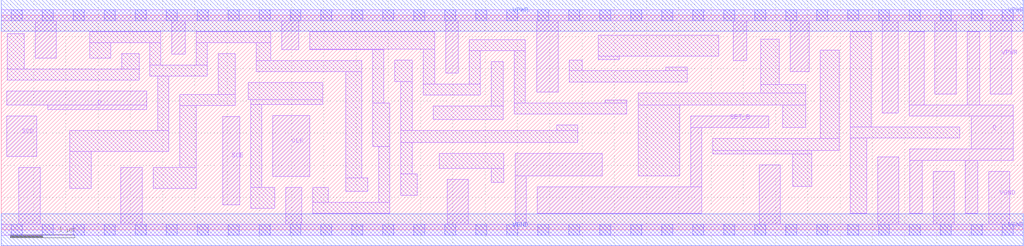
<source format=lef>
# Copyright 2020 The SkyWater PDK Authors
#
# Licensed under the Apache License, Version 2.0 (the "License");
# you may not use this file except in compliance with the License.
# You may obtain a copy of the License at
#
#     https://www.apache.org/licenses/LICENSE-2.0
#
# Unless required by applicable law or agreed to in writing, software
# distributed under the License is distributed on an "AS IS" BASIS,
# WITHOUT WARRANTIES OR CONDITIONS OF ANY KIND, either express or implied.
# See the License for the specific language governing permissions and
# limitations under the License.
#
# SPDX-License-Identifier: Apache-2.0

VERSION 5.7 ;
  NAMESCASESENSITIVE ON ;
  NOWIREEXTENSIONATPIN ON ;
  DIVIDERCHAR "/" ;
  BUSBITCHARS "[]" ;
UNITS
  DATABASE MICRONS 200 ;
END UNITS
MACRO sky130_fd_sc_lp__sdfstp_4
  CLASS CORE ;
  SOURCE USER ;
  FOREIGN sky130_fd_sc_lp__sdfstp_4 ;
  ORIGIN  0.000000  0.000000 ;
  SIZE  15.84000 BY  3.330000 ;
  SYMMETRY X Y R90 ;
  SITE unit ;
  PIN D
    ANTENNAGATEAREA  0.159000 ;
    DIRECTION INPUT ;
    USE SIGNAL ;
    PORT
      LAYER li1 ;
        RECT 0.085000 1.935000 2.255000 2.155000 ;
        RECT 0.720000 1.870000 2.255000 1.935000 ;
    END
  END D
  PIN Q
    ANTENNADIFFAREA  1.176000 ;
    DIRECTION OUTPUT ;
    USE SIGNAL ;
    PORT
      LAYER li1 ;
        RECT 14.070000 1.765000 15.685000 1.935000 ;
        RECT 14.070000 1.935000 14.300000 3.075000 ;
        RECT 14.080000 0.255000 14.270000 1.075000 ;
        RECT 14.080000 1.075000 15.685000 1.255000 ;
        RECT 14.940000 0.255000 15.130000 1.075000 ;
        RECT 14.970000 1.935000 15.160000 3.075000 ;
        RECT 15.035000 1.255000 15.685000 1.765000 ;
    END
  END Q
  PIN SCD
    ANTENNAGATEAREA  0.159000 ;
    DIRECTION INPUT ;
    USE SIGNAL ;
    PORT
      LAYER li1 ;
        RECT 0.085000 1.140000 0.550000 1.765000 ;
    END
  END SCD
  PIN SCE
    ANTENNAGATEAREA  0.318000 ;
    DIRECTION INPUT ;
    USE SIGNAL ;
    PORT
      LAYER li1 ;
        RECT 3.435000 0.390000 3.695000 1.760000 ;
    END
  END SCE
  PIN SET_B
    ANTENNAGATEAREA  0.252000 ;
    DIRECTION INPUT ;
    USE SIGNAL ;
    PORT
      LAYER li1 ;
        RECT  8.305000 0.255000 10.855000 0.665000 ;
        RECT 10.685000 0.665000 10.855000 1.585000 ;
        RECT 10.685000 1.585000 11.895000 1.765000 ;
    END
  END SET_B
  PIN CLK
    ANTENNAGATEAREA  0.159000 ;
    DIRECTION INPUT ;
    USE CLOCK ;
    PORT
      LAYER li1 ;
        RECT 4.205000 0.830000 4.780000 1.775000 ;
    END
  END CLK
  PIN VGND
    DIRECTION INOUT ;
    USE GROUND ;
    PORT
      LAYER li1 ;
        RECT  0.000000 -0.085000 15.840000 0.085000 ;
        RECT  0.275000  0.085000  0.605000 0.970000 ;
        RECT  1.855000  0.085000  2.185000 0.970000 ;
        RECT  4.410000  0.085000  4.660000 0.660000 ;
        RECT  6.910000  0.085000  7.240000 0.780000 ;
        RECT  7.965000  0.085000  8.135000 0.835000 ;
        RECT  7.965000  0.835000  9.315000 1.185000 ;
        RECT 11.745000  0.085000 12.075000 1.005000 ;
        RECT 13.580000  0.085000 13.910000 1.130000 ;
        RECT 14.440000  0.085000 14.770000 0.905000 ;
        RECT 15.300000  0.085000 15.630000 0.905000 ;
      LAYER mcon ;
        RECT  0.155000 -0.085000  0.325000 0.085000 ;
        RECT  0.635000 -0.085000  0.805000 0.085000 ;
        RECT  1.115000 -0.085000  1.285000 0.085000 ;
        RECT  1.595000 -0.085000  1.765000 0.085000 ;
        RECT  2.075000 -0.085000  2.245000 0.085000 ;
        RECT  2.555000 -0.085000  2.725000 0.085000 ;
        RECT  3.035000 -0.085000  3.205000 0.085000 ;
        RECT  3.515000 -0.085000  3.685000 0.085000 ;
        RECT  3.995000 -0.085000  4.165000 0.085000 ;
        RECT  4.475000 -0.085000  4.645000 0.085000 ;
        RECT  4.955000 -0.085000  5.125000 0.085000 ;
        RECT  5.435000 -0.085000  5.605000 0.085000 ;
        RECT  5.915000 -0.085000  6.085000 0.085000 ;
        RECT  6.395000 -0.085000  6.565000 0.085000 ;
        RECT  6.875000 -0.085000  7.045000 0.085000 ;
        RECT  7.355000 -0.085000  7.525000 0.085000 ;
        RECT  7.835000 -0.085000  8.005000 0.085000 ;
        RECT  8.315000 -0.085000  8.485000 0.085000 ;
        RECT  8.795000 -0.085000  8.965000 0.085000 ;
        RECT  9.275000 -0.085000  9.445000 0.085000 ;
        RECT  9.755000 -0.085000  9.925000 0.085000 ;
        RECT 10.235000 -0.085000 10.405000 0.085000 ;
        RECT 10.715000 -0.085000 10.885000 0.085000 ;
        RECT 11.195000 -0.085000 11.365000 0.085000 ;
        RECT 11.675000 -0.085000 11.845000 0.085000 ;
        RECT 12.155000 -0.085000 12.325000 0.085000 ;
        RECT 12.635000 -0.085000 12.805000 0.085000 ;
        RECT 13.115000 -0.085000 13.285000 0.085000 ;
        RECT 13.595000 -0.085000 13.765000 0.085000 ;
        RECT 14.075000 -0.085000 14.245000 0.085000 ;
        RECT 14.555000 -0.085000 14.725000 0.085000 ;
        RECT 15.035000 -0.085000 15.205000 0.085000 ;
        RECT 15.515000 -0.085000 15.685000 0.085000 ;
      LAYER met1 ;
        RECT 0.000000 -0.245000 15.840000 0.245000 ;
    END
  END VGND
  PIN VPWR
    DIRECTION INOUT ;
    USE POWER ;
    PORT
      LAYER li1 ;
        RECT  0.000000 3.245000 15.840000 3.415000 ;
        RECT  0.525000 2.665000  0.855000 3.245000 ;
        RECT  2.645000 2.725000  2.855000 3.245000 ;
        RECT  4.350000 2.795000  4.610000 3.245000 ;
        RECT  6.890000 2.435000  7.080000 3.245000 ;
        RECT  8.300000 2.135000  8.630000 3.245000 ;
        RECT 11.340000 2.630000 11.550000 3.245000 ;
        RECT 12.230000 2.460000 12.525000 3.245000 ;
        RECT 13.650000 1.815000 13.900000 3.245000 ;
        RECT 14.470000 2.105000 14.800000 3.245000 ;
        RECT 15.330000 2.105000 15.660000 3.245000 ;
      LAYER mcon ;
        RECT  0.155000 3.245000  0.325000 3.415000 ;
        RECT  0.635000 3.245000  0.805000 3.415000 ;
        RECT  1.115000 3.245000  1.285000 3.415000 ;
        RECT  1.595000 3.245000  1.765000 3.415000 ;
        RECT  2.075000 3.245000  2.245000 3.415000 ;
        RECT  2.555000 3.245000  2.725000 3.415000 ;
        RECT  3.035000 3.245000  3.205000 3.415000 ;
        RECT  3.515000 3.245000  3.685000 3.415000 ;
        RECT  3.995000 3.245000  4.165000 3.415000 ;
        RECT  4.475000 3.245000  4.645000 3.415000 ;
        RECT  4.955000 3.245000  5.125000 3.415000 ;
        RECT  5.435000 3.245000  5.605000 3.415000 ;
        RECT  5.915000 3.245000  6.085000 3.415000 ;
        RECT  6.395000 3.245000  6.565000 3.415000 ;
        RECT  6.875000 3.245000  7.045000 3.415000 ;
        RECT  7.355000 3.245000  7.525000 3.415000 ;
        RECT  7.835000 3.245000  8.005000 3.415000 ;
        RECT  8.315000 3.245000  8.485000 3.415000 ;
        RECT  8.795000 3.245000  8.965000 3.415000 ;
        RECT  9.275000 3.245000  9.445000 3.415000 ;
        RECT  9.755000 3.245000  9.925000 3.415000 ;
        RECT 10.235000 3.245000 10.405000 3.415000 ;
        RECT 10.715000 3.245000 10.885000 3.415000 ;
        RECT 11.195000 3.245000 11.365000 3.415000 ;
        RECT 11.675000 3.245000 11.845000 3.415000 ;
        RECT 12.155000 3.245000 12.325000 3.415000 ;
        RECT 12.635000 3.245000 12.805000 3.415000 ;
        RECT 13.115000 3.245000 13.285000 3.415000 ;
        RECT 13.595000 3.245000 13.765000 3.415000 ;
        RECT 14.075000 3.245000 14.245000 3.415000 ;
        RECT 14.555000 3.245000 14.725000 3.415000 ;
        RECT 15.035000 3.245000 15.205000 3.415000 ;
        RECT 15.515000 3.245000 15.685000 3.415000 ;
      LAYER met1 ;
        RECT 0.000000 3.085000 15.840000 3.575000 ;
    END
  END VPWR
  OBS
    LAYER li1 ;
      RECT  0.095000 2.325000  2.135000 2.495000 ;
      RECT  0.095000 2.495000  0.355000 3.045000 ;
      RECT  1.065000 0.640000  1.395000 1.215000 ;
      RECT  1.065000 1.215000  2.595000 1.540000 ;
      RECT  1.370000 2.665000  1.700000 2.905000 ;
      RECT  1.370000 2.905000  2.475000 3.075000 ;
      RECT  1.870000 2.495000  2.135000 2.735000 ;
      RECT  2.305000 2.385000  3.195000 2.555000 ;
      RECT  2.305000 2.555000  2.475000 2.905000 ;
      RECT  2.355000 0.640000  3.025000 0.970000 ;
      RECT  2.425000 1.540000  2.595000 2.385000 ;
      RECT  2.765000 0.970000  3.025000 1.930000 ;
      RECT  2.765000 1.930000  3.625000 2.100000 ;
      RECT  3.025000 2.555000  3.195000 2.905000 ;
      RECT  3.025000 2.905000  4.180000 3.075000 ;
      RECT  3.365000 2.100000  3.625000 2.735000 ;
      RECT  3.825000 2.025000  4.985000 2.285000 ;
      RECT  3.865000 0.330000  4.240000 0.660000 ;
      RECT  3.865000 0.660000  4.035000 1.945000 ;
      RECT  3.865000 1.945000  4.985000 2.025000 ;
      RECT  3.955000 2.455000  5.590000 2.625000 ;
      RECT  3.955000 2.625000  4.180000 2.905000 ;
      RECT  4.780000 2.795000  5.930000 2.805000 ;
      RECT  4.780000 2.805000  6.720000 3.075000 ;
      RECT  4.830000 0.255000  6.020000 0.425000 ;
      RECT  4.830000 0.425000  5.070000 0.660000 ;
      RECT  5.340000 0.595000  5.680000 0.805000 ;
      RECT  5.340000 0.805000  5.590000 2.455000 ;
      RECT  5.760000 1.295000  6.020000 1.965000 ;
      RECT  5.760000 1.965000  5.930000 2.795000 ;
      RECT  5.850000 0.425000  6.020000 1.295000 ;
      RECT  6.100000 2.305000  6.370000 2.635000 ;
      RECT  6.190000 0.535000  6.450000 0.865000 ;
      RECT  6.190000 0.865000  6.370000 1.355000 ;
      RECT  6.190000 1.355000  8.935000 1.545000 ;
      RECT  6.190000 1.545000  6.370000 2.305000 ;
      RECT  6.540000 2.095000  7.420000 2.265000 ;
      RECT  6.540000 2.265000  6.720000 2.805000 ;
      RECT  6.695000 1.715000  7.780000 1.925000 ;
      RECT  6.785000 0.950000  7.785000 1.185000 ;
      RECT  7.250000 2.265000  7.420000 2.785000 ;
      RECT  7.250000 2.785000  8.120000 2.955000 ;
      RECT  7.590000 1.925000  7.780000 2.615000 ;
      RECT  7.595000 0.735000  7.785000 0.950000 ;
      RECT  7.950000 1.795000  9.690000 1.965000 ;
      RECT  7.950000 1.965000  8.120000 2.785000 ;
      RECT  8.605000 1.545000  8.935000 1.625000 ;
      RECT  8.800000 2.295000 10.630000 2.475000 ;
      RECT  8.800000 2.475000  9.000000 2.635000 ;
      RECT  9.250000 2.645000  9.580000 2.695000 ;
      RECT  9.250000 2.695000 11.120000 3.025000 ;
      RECT  9.360000 1.965000  9.690000 2.015000 ;
      RECT  9.870000 0.835000 10.515000 1.935000 ;
      RECT  9.870000 1.935000 12.465000 2.125000 ;
      RECT 10.300000 2.475000 10.630000 2.525000 ;
      RECT 11.025000 1.175000 12.560000 1.235000 ;
      RECT 11.025000 1.235000 12.990000 1.415000 ;
      RECT 11.770000 2.125000 12.465000 2.255000 ;
      RECT 11.770000 2.255000 12.060000 2.960000 ;
      RECT 12.110000 1.585000 12.465000 1.935000 ;
      RECT 12.265000 0.675000 12.560000 1.175000 ;
      RECT 12.695000 1.415000 12.990000 2.790000 ;
      RECT 13.160000 0.255000 13.410000 1.425000 ;
      RECT 13.160000 1.425000 14.855000 1.595000 ;
      RECT 13.160000 1.595000 13.480000 3.075000 ;
  END
END sky130_fd_sc_lp__sdfstp_4

</source>
